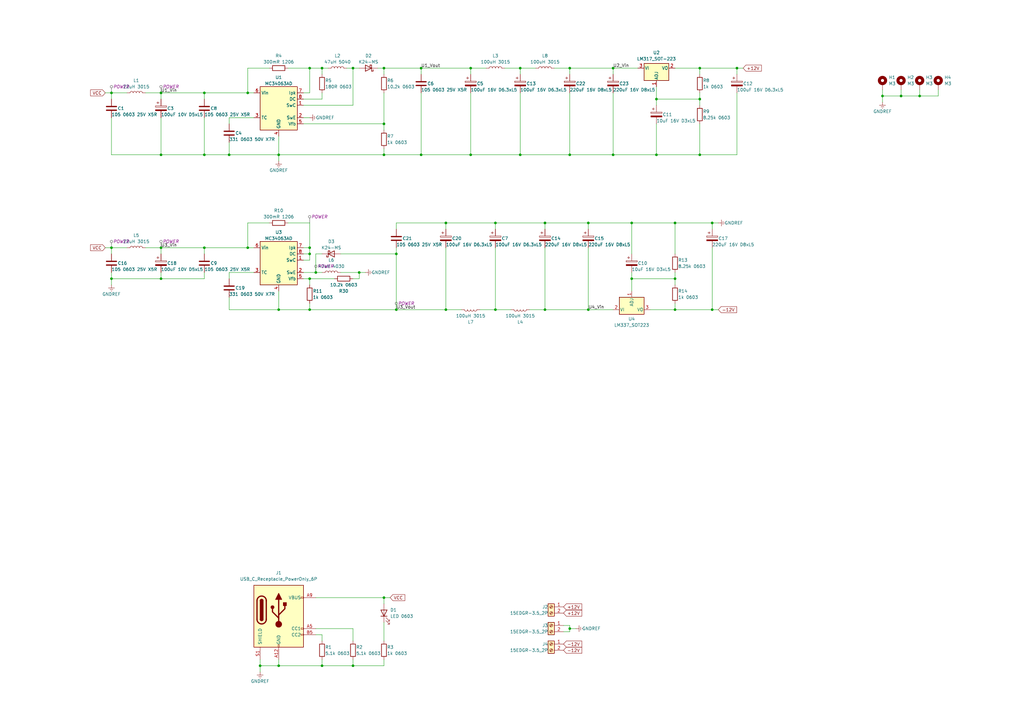
<source format=kicad_sch>
(kicad_sch (version 20230121) (generator eeschema)
  (paper "A3")
  (lib_symbols
    (symbol "Connector:Screw_Terminal_01x02" (pin_names (offset 1.016) hide)
      (property "Reference" "J" (at 0 2.54 0))
      (property "Value" "Screw_Terminal_01x02" (at 0 -5.08 0))
      (symbol "Screw_Terminal_01x02_1_1"
        (rectangle (start -1.27 1.27) (end 1.27 -3.81) (stroke (width 0.254)) (fill (type background)))
        (circle (center 0 -2.54) (radius 0.635) (stroke (width 0.1524)))
        (polyline (pts (xy -0.5334 -2.2098) (xy 0.3302 -3.048)) (stroke (width 0.1524)))
        (polyline (pts (xy -0.5334 0.3302) (xy 0.3302 -0.508)) (stroke (width 0.1524)))
        (polyline (pts (xy -0.3556 -2.032) (xy 0.508 -2.8702)) (stroke (width 0.1524)))
        (polyline (pts (xy -0.3556 0.508) (xy 0.508 -0.3302)) (stroke (width 0.1524)))
        (circle (center 0 0) (radius 0.635) (stroke (width 0.1524)))
        (pin passive line (at -5.08 0 0) (length 3.81) (name "Pin_1") (number "1"))
        (pin passive line (at -5.08 -2.54 0) (length 3.81) (name "Pin_2") (number "2"))
      )
    )
    (symbol "Connector:USB_C_Receptacle_PowerOnly_6P" (pin_names (offset 1.016))
      (property "Reference" "J" (at 0 16.51 0))
      (property "Value" "USB_C_Receptacle_PowerOnly_6P" (at 0 13.97 0))
      (symbol "USB_C_Receptacle_PowerOnly_6P_0_0"
        (rectangle (start -0.254 -12.7) (end 0.254 -11.684))
        (rectangle (start 10.16 -7.366) (end 9.144 -7.874))
        (rectangle (start 10.16 -4.826) (end 9.144 -5.334))
        (rectangle (start 10.16 7.874) (end 9.144 7.366))
      )
      (symbol "USB_C_Receptacle_PowerOnly_6P_0_1"
        (rectangle (start -10.16 12.7) (end 10.16 -12.7) (stroke (width 0.254)) (fill (type background)))
        (arc (start -8.89 -1.27) (mid -6.985 -3.1667) (end -5.08 -1.27) (stroke (width 0.508)))
        (arc (start -7.62 -1.27) (mid -6.985 -1.9023) (end -6.35 -1.27) (stroke (width 0.254)))
        (arc (start -7.62 -1.27) (mid -6.985 -1.9023) (end -6.35 -1.27) (stroke (width 0.254)) (fill (type outline)))
        (rectangle (start -7.62 -1.27) (end -6.35 6.35) (stroke (width 0.254)) (fill (type outline)))
        (arc (start -6.35 6.35) (mid -6.985 6.9823) (end -7.62 6.35) (stroke (width 0.254)))
        (arc (start -6.35 6.35) (mid -6.985 6.9823) (end -7.62 6.35) (stroke (width 0.254)) (fill (type outline)))
        (arc (start -5.08 6.35) (mid -6.985 8.2467) (end -8.89 6.35) (stroke (width 0.508)))
        (circle (center -2.54 3.683) (radius 0.635) (stroke (width 0.254)) (fill (type outline)))
        (circle (center 0 -3.302) (radius 1.27) (fill (type outline)))
        (polyline (pts (xy -8.89 -1.27) (xy -8.89 6.35)) (stroke (width 0.508)))
        (polyline (pts (xy -5.08 6.35) (xy -5.08 -1.27)) (stroke (width 0.508)))
        (polyline (pts (xy 0 -3.302) (xy 0 6.858)) (stroke (width 0.508)))
        (polyline (pts (xy 0 -0.762) (xy -2.54 1.778) (xy -2.54 3.048)) (stroke (width 0.508)))
        (polyline (pts (xy 0 0.508) (xy 2.54 3.048) (xy 2.54 4.318)) (stroke (width 0.508)))
        (polyline (pts (xy -1.27 6.858) (xy 0 9.398) (xy 1.27 6.858) (xy -1.27 6.858)) (stroke (width 0.254)) (fill (type outline)))
        (rectangle (start 1.905 4.318) (end 3.175 5.588) (stroke (width 0.254)) (fill (type outline)))
      )
      (symbol "USB_C_Receptacle_PowerOnly_6P_1_1"
        (pin passive line (at 0 -17.78 90) (length 5.08) (name "GND") (number "A12"))
        (pin bidirectional line (at 15.24 -5.08 180) (length 5.08) (name "CC1") (number "A5"))
        (pin passive line (at 15.24 7.62 180) (length 5.08) (name "VBUS") (number "A9"))
        (pin passive line (at 0 -17.78 90) (length 5.08) hide (name "GND") (number "B12"))
        (pin bidirectional line (at 15.24 -7.62 180) (length 5.08) (name "CC2") (number "B5"))
        (pin passive line (at 15.24 7.62 180) (length 5.08) hide (name "VBUS") (number "B9"))
        (pin passive line (at -7.62 -17.78 90) (length 5.08) (name "SHIELD") (number "S1"))
      )
    )
    (symbol "Device:C" (pin_numbers hide) (pin_names (offset 0.254))
      (property "Reference" "C" (at 0.635 2.54 0))
      (property "Value" "C" (at 0.635 -2.54 0))
      (symbol "C_0_1"
        (polyline (pts (xy -2.032 -0.762) (xy 2.032 -0.762)) (stroke (width 0.508)))
        (polyline (pts (xy -2.032 0.762) (xy 2.032 0.762)) (stroke (width 0.508)))
      )
      (symbol "C_1_1"
        (pin passive line (at 0 3.81 270) (length 2.794) (name "~") (number "1"))
        (pin passive line (at 0 -3.81 90) (length 2.794) (name "~") (number "2"))
      )
    )
    (symbol "Device:C_Polarized" (pin_numbers hide) (pin_names (offset 0.254))
      (property "Reference" "C" (at 0.635 2.54 0))
      (property "Value" "C_Polarized" (at 0.635 -2.54 0))
      (symbol "C_Polarized_0_1"
        (rectangle (start -2.286 0.508) (end 2.286 1.016))
        (polyline (pts (xy -1.778 2.286) (xy -0.762 2.286)))
        (polyline (pts (xy -1.27 2.794) (xy -1.27 1.778)))
        (rectangle (start 2.286 -0.508) (end -2.286 -1.016) (fill (type outline)))
      )
      (symbol "C_Polarized_1_1"
        (pin passive line (at 0 3.81 270) (length 2.794) (name "~") (number "1"))
        (pin passive line (at 0 -3.81 90) (length 2.794) (name "~") (number "2"))
      )
    )
    (symbol "Device:D_Schottky" (pin_numbers hide) (pin_names (offset 1.016) hide)
      (property "Reference" "D" (at 0 2.54 0))
      (property "Value" "D_Schottky" (at 0 -2.54 0))
      (symbol "D_Schottky_0_1"
        (polyline (pts (xy 1.27 0) (xy -1.27 0)))
        (polyline (pts (xy 1.27 1.27) (xy 1.27 -1.27) (xy -1.27 0) (xy 1.27 1.27)) (stroke (width 0.254)))
        (polyline (pts (xy -1.905 0.635) (xy -1.905 1.27) (xy -1.27 1.27) (xy -1.27 -1.27) (xy -0.635 -1.27) (xy -0.635 -0.635)) (stroke (width 0.254)))
      )
      (symbol "D_Schottky_1_1"
        (pin passive line (at -3.81 0 0) (length 2.54) (name "K") (number "1"))
        (pin passive line (at 3.81 0 180) (length 2.54) (name "A") (number "2"))
      )
    )
    (symbol "Device:L" (pin_numbers hide) (pin_names (offset 1.016) hide)
      (property "Reference" "L" (at -1.27 0 90))
      (property "Value" "L" (at 1.905 0 90))
      (symbol "L_0_1"
        (arc (start 0 -2.54) (mid 0.6323 -1.905) (end 0 -1.27))
        (arc (start 0 -1.27) (mid 0.6323 -0.635) (end 0 0))
        (arc (start 0 0) (mid 0.6323 0.635) (end 0 1.27))
        (arc (start 0 1.27) (mid 0.6323 1.905) (end 0 2.54))
      )
      (symbol "L_1_1"
        (pin passive line (at 0 3.81 270) (length 1.27) (name "1") (number "1"))
        (pin passive line (at 0 -3.81 90) (length 1.27) (name "2") (number "2"))
      )
    )
    (symbol "Device:LED" (pin_numbers hide) (pin_names (offset 1.016) hide)
      (property "Reference" "D" (at 0 2.54 0))
      (property "Value" "LED" (at 0 -2.54 0))
      (symbol "LED_0_1"
        (polyline (pts (xy -1.27 -1.27) (xy -1.27 1.27)) (stroke (width 0.254)))
        (polyline (pts (xy -1.27 0) (xy 1.27 0)))
        (polyline (pts (xy 1.27 -1.27) (xy 1.27 1.27) (xy -1.27 0) (xy 1.27 -1.27)) (stroke (width 0.254)))
        (polyline (pts (xy -3.048 -0.762) (xy -4.572 -2.286) (xy -3.81 -2.286) (xy -4.572 -2.286) (xy -4.572 -1.524)))
        (polyline (pts (xy -1.778 -0.762) (xy -3.302 -2.286) (xy -2.54 -2.286) (xy -3.302 -2.286) (xy -3.302 -1.524)))
      )
      (symbol "LED_1_1"
        (pin passive line (at -3.81 0 0) (length 2.54) (name "K") (number "1"))
        (pin passive line (at 3.81 0 180) (length 2.54) (name "A") (number "2"))
      )
    )
    (symbol "Device:R" (pin_numbers hide) (pin_names (offset 0))
      (property "Reference" "R" (at 2.032 0 90))
      (property "Value" "R" (at 0 0 90))
      (symbol "R_0_1"
        (rectangle (start -1.016 -2.54) (end 1.016 2.54) (stroke (width 0.254)))
      )
      (symbol "R_1_1"
        (pin passive line (at 0 3.81 270) (length 1.27) (name "~") (number "1"))
        (pin passive line (at 0 -3.81 90) (length 1.27) (name "~") (number "2"))
      )
    )
    (symbol "Mechanical:MountingHole_Pad" (pin_numbers hide) (pin_names (offset 1.016) hide)
      (property "Reference" "H" (at 0 6.35 0))
      (property "Value" "MountingHole_Pad" (at 0 4.445 0))
      (symbol "MountingHole_Pad_0_1"
        (circle (center 0 1.27) (radius 1.27) (stroke (width 1.27)))
      )
      (symbol "MountingHole_Pad_1_1"
        (pin input line (at 0 -2.54 90) (length 2.54) (name "1") (number "1"))
      )
    )
    (symbol "Regulator_Linear:LM317_SOT-223" (pin_names (offset 0.254))
      (property "Reference" "U" (at -3.81 3.175 0))
      (property "Value" "LM317_SOT-223" (at 0 3.175 0))
      (symbol "LM317_SOT-223_0_1"
        (rectangle (start -5.08 1.905) (end 5.08 -5.08) (stroke (width 0.254)) (fill (type background)))
      )
      (symbol "LM317_SOT-223_1_1"
        (pin input line (at 0 -7.62 90) (length 2.54) (name "ADJ") (number "1"))
        (pin power_out line (at 7.62 0 180) (length 2.54) (name "VO") (number "2"))
        (pin power_in line (at -7.62 0 0) (length 2.54) (name "VI") (number "3"))
      )
    )
    (symbol "Regulator_Linear:LM337_SOT223" (pin_names (offset 0.254))
      (property "Reference" "U" (at -3.81 -3.175 0))
      (property "Value" "LM337_SOT223" (at 0 -3.175 0))
      (symbol "LM337_SOT223_0_1"
        (rectangle (start -5.08 5.08) (end 5.08 -1.905) (stroke (width 0.254)) (fill (type background)))
      )
      (symbol "LM337_SOT223_1_1"
        (pin input line (at 0 7.62 270) (length 2.54) (name "ADJ") (number "1"))
        (pin power_in line (at -7.62 0 0) (length 2.54) (name "VI") (number "2"))
        (pin power_out line (at 7.62 0 180) (length 2.54) (name "VO") (number "3"))
      )
    )
    (symbol "Regulator_Switching:MC34063AD"
      (property "Reference" "U" (at -7.62 8.89 0))
      (property "Value" "MC34063AD" (at 0 8.89 0))
      (symbol "MC34063AD_0_1"
        (rectangle (start -7.62 7.62) (end 7.62 -10.16) (stroke (width 0.254)) (fill (type background)))
      )
      (symbol "MC34063AD_1_1"
        (pin open_collector line (at 10.16 0 180) (length 2.54) (name "SwC") (number "1"))
        (pin open_emitter line (at 10.16 -5.08 180) (length 2.54) (name "SwE") (number "2"))
        (pin passive line (at -10.16 -5.08 0) (length 2.54) (name "TC") (number "3"))
        (pin power_in line (at 0 -12.7 90) (length 2.54) (name "GND") (number "4"))
        (pin input line (at 10.16 -7.62 180) (length 2.54) (name "Vfb") (number "5"))
        (pin power_in line (at -10.16 5.08 0) (length 2.54) (name "Vin") (number "6"))
        (pin input line (at 10.16 5.08 180) (length 2.54) (name "Ipk") (number "7"))
        (pin open_collector line (at 10.16 2.54 180) (length 2.54) (name "DC") (number "8"))
      )
    )
    (symbol "power:GNDREF" (power) (pin_names (offset 0))
      (property "Value" "GNDREF" (at 0 -3.81 0))
      (symbol "GNDREF_0_1"
        (polyline (pts (xy -0.635 -1.905) (xy 0.635 -1.905)))
        (polyline (pts (xy -0.127 -2.54) (xy 0.127 -2.54)))
        (polyline (pts (xy 0 -1.27) (xy 0 0)))
        (polyline (pts (xy 1.27 -1.27) (xy -1.27 -1.27)))
      )
      (symbol "GNDREF_1_1"
        (pin power_in line (at 0 0 270) (length 0) hide (name "GNDREF") (number "1"))
      )
    )
  )
  (junction (at 269.24 63.5))
  (junction (at 66.04 101.6))
  (junction (at 203.2 127))
  (junction (at 182.88 127))
  (junction (at 182.88 91.44))
  (junction (at 83.82 101.6))
  (junction (at 292.1 91.44))
  (junction (at 276.86 91.44))
  (junction (at 157.48 27.94))
  (junction (at 66.04 38.1))
  (junction (at 287.02 40.64))
  (junction (at 45.72 101.6))
  (junction (at 259.08 114.3))
  (junction (at 233.68 27.94))
  (junction (at 213.36 63.5))
  (junction (at 241.3 91.44))
  (junction (at 93.98 63.5))
  (junction (at 162.56 127))
  (junction (at 302.26 27.94))
  (junction (at 66.04 114.3))
  (junction (at 132.08 27.94))
  (junction (at 269.24 40.64))
  (junction (at 157.48 63.5))
  (junction (at 361.95 39.37))
  (junction (at 132.08 273.05))
  (junction (at 114.3 273.05))
  (junction (at 83.82 63.5))
  (junction (at 193.04 27.94))
  (junction (at 114.3 127))
  (junction (at 157.48 50.8))
  (junction (at 276.86 114.3))
  (junction (at 233.68 257.81))
  (junction (at 127 27.94))
  (junction (at 127 127))
  (junction (at 127 114.3))
  (junction (at 45.72 114.3))
  (junction (at 203.2 91.44))
  (junction (at 157.48 245.11))
  (junction (at 223.52 127))
  (junction (at 369.57 39.37))
  (junction (at 66.04 63.5))
  (junction (at 223.52 91.44))
  (junction (at 377.19 39.37))
  (junction (at 129.54 111.76))
  (junction (at 172.72 27.94))
  (junction (at 172.72 63.5))
  (junction (at 276.86 127))
  (junction (at 251.46 63.5))
  (junction (at 83.82 38.1))
  (junction (at 213.36 27.94))
  (junction (at 144.78 27.94))
  (junction (at 144.78 273.05))
  (junction (at 147.32 111.76))
  (junction (at 162.56 104.14))
  (junction (at 127 104.14))
  (junction (at 287.02 27.94))
  (junction (at 292.1 127))
  (junction (at 233.68 63.5))
  (junction (at 114.3 63.5))
  (junction (at 106.68 273.05))
  (junction (at 45.72 38.1))
  (junction (at 127 101.6))
  (junction (at 193.04 63.5))
  (junction (at 259.08 91.44))
  (junction (at 287.02 63.5))
  (junction (at 241.3 127))
  (junction (at 251.46 27.94))
  (junction (at 101.6 101.6))
  (junction (at 101.6 38.1))
  (wire (pts (xy 292.1 93.98) (xy 292.1 91.44)))
  (wire (pts (xy 132.08 270.51) (xy 132.08 273.05)))
  (wire (pts (xy 110.49 27.94) (xy 101.6 27.94)))
  (wire (pts (xy 132.08 104.14) (xy 129.54 104.14)))
  (wire (pts (xy 287.02 30.48) (xy 287.02 27.94)))
  (wire (pts (xy 223.52 101.6) (xy 223.52 127)))
  (wire (pts (xy 292.1 91.44) (xy 294.64 91.44)))
  (wire (pts (xy 384.81 39.37) (xy 384.81 36.83)))
  (wire (pts (xy 139.7 104.14) (xy 162.56 104.14)))
  (wire (pts (xy 83.82 114.3) (xy 66.04 114.3)))
  (wire (pts (xy 59.69 101.6) (xy 66.04 101.6)))
  (wire (pts (xy 144.78 114.3) (xy 147.32 114.3)))
  (wire (pts (xy 203.2 91.44) (xy 223.52 91.44)))
  (wire (pts (xy 157.48 30.48) (xy 157.48 27.94)))
  (wire (pts (xy 106.68 273.05) (xy 106.68 275.59)))
  (wire (pts (xy 66.04 101.6) (xy 66.04 104.14)))
  (wire (pts (xy 93.98 50.8) (xy 93.98 48.26)))
  (wire (pts (xy 101.6 27.94) (xy 101.6 38.1)))
  (wire (pts (xy 106.68 270.51) (xy 106.68 273.05)))
  (wire (pts (xy 193.04 27.94) (xy 199.39 27.94)))
  (wire (pts (xy 127 127) (xy 114.3 127)))
  (wire (pts (xy 83.82 101.6) (xy 101.6 101.6)))
  (wire (pts (xy 110.49 91.44) (xy 101.6 91.44)))
  (wire (pts (xy 124.46 48.26) (xy 127 48.26)))
  (wire (pts (xy 127 114.3) (xy 124.46 114.3)))
  (wire (pts (xy 269.24 35.56) (xy 269.24 40.64)))
  (wire (pts (xy 213.36 38.1) (xy 213.36 63.5)))
  (wire (pts (xy 302.26 30.48) (xy 302.26 27.94)))
  (wire (pts (xy 132.08 38.1) (xy 132.08 40.64)))
  (wire (pts (xy 302.26 38.1) (xy 302.26 63.5)))
  (wire (pts (xy 203.2 91.44) (xy 203.2 93.98)))
  (wire (pts (xy 66.04 48.26) (xy 66.04 63.5)))
  (wire (pts (xy 287.02 50.8) (xy 287.02 63.5)))
  (wire (pts (xy 231.14 256.54) (xy 233.68 256.54)))
  (wire (pts (xy 93.98 48.26) (xy 104.14 48.26)))
  (wire (pts (xy 182.88 127) (xy 189.23 127)))
  (wire (pts (xy 292.1 127) (xy 294.64 127)))
  (wire (pts (xy 377.19 39.37) (xy 384.81 39.37)))
  (wire (pts (xy 292.1 101.6) (xy 292.1 127)))
  (wire (pts (xy 259.08 111.76) (xy 259.08 114.3)))
  (wire (pts (xy 66.04 38.1) (xy 83.82 38.1)))
  (wire (pts (xy 45.72 40.64) (xy 45.72 38.1)))
  (wire (pts (xy 129.54 104.14) (xy 129.54 111.76)))
  (wire (pts (xy 259.08 104.14) (xy 259.08 91.44)))
  (wire (pts (xy 129.54 111.76) (xy 132.08 111.76)))
  (wire (pts (xy 369.57 39.37) (xy 377.19 39.37)))
  (wire (pts (xy 251.46 27.94) (xy 261.62 27.94)))
  (wire (pts (xy 132.08 27.94) (xy 132.08 30.48)))
  (wire (pts (xy 302.26 63.5) (xy 287.02 63.5)))
  (wire (pts (xy 241.3 91.44) (xy 259.08 91.44)))
  (wire (pts (xy 157.48 50.8) (xy 124.46 50.8)))
  (wire (pts (xy 93.98 58.42) (xy 93.98 63.5)))
  (wire (pts (xy 66.04 38.1) (xy 66.04 40.64)))
  (wire (pts (xy 66.04 101.6) (xy 83.82 101.6)))
  (wire (pts (xy 127 38.1) (xy 124.46 38.1)))
  (wire (pts (xy 157.48 270.51) (xy 157.48 273.05)))
  (wire (pts (xy 287.02 27.94) (xy 276.86 27.94)))
  (wire (pts (xy 129.54 245.11) (xy 157.48 245.11)))
  (wire (pts (xy 241.3 127) (xy 251.46 127)))
  (wire (pts (xy 233.68 38.1) (xy 233.68 63.5)))
  (wire (pts (xy 43.18 101.6) (xy 45.72 101.6)))
  (wire (pts (xy 269.24 43.18) (xy 269.24 40.64)))
  (wire (pts (xy 233.68 259.08) (xy 231.14 259.08)))
  (wire (pts (xy 233.68 27.94) (xy 233.68 30.48)))
  (wire (pts (xy 45.72 63.5) (xy 66.04 63.5)))
  (wire (pts (xy 241.3 101.6) (xy 241.3 127)))
  (wire (pts (xy 361.95 39.37) (xy 369.57 39.37)))
  (wire (pts (xy 251.46 63.5) (xy 233.68 63.5)))
  (wire (pts (xy 114.3 273.05) (xy 132.08 273.05)))
  (wire (pts (xy 142.24 27.94) (xy 144.78 27.94)))
  (wire (pts (xy 118.11 91.44) (xy 127 91.44)))
  (wire (pts (xy 251.46 38.1) (xy 251.46 63.5)))
  (wire (pts (xy 43.18 38.1) (xy 45.72 38.1)))
  (wire (pts (xy 93.98 111.76) (xy 104.14 111.76)))
  (wire (pts (xy 157.48 63.5) (xy 172.72 63.5)))
  (wire (pts (xy 241.3 91.44) (xy 241.3 93.98)))
  (wire (pts (xy 45.72 114.3) (xy 66.04 114.3)))
  (wire (pts (xy 66.04 111.76) (xy 66.04 114.3)))
  (wire (pts (xy 127 106.68) (xy 127 104.14)))
  (wire (pts (xy 157.48 255.27) (xy 157.48 262.89)))
  (wire (pts (xy 124.46 40.64) (xy 132.08 40.64)))
  (wire (pts (xy 144.78 262.89) (xy 144.78 257.81)))
  (wire (pts (xy 276.86 114.3) (xy 276.86 116.84)))
  (wire (pts (xy 193.04 63.5) (xy 172.72 63.5)))
  (wire (pts (xy 193.04 63.5) (xy 213.36 63.5)))
  (wire (pts (xy 276.86 124.46) (xy 276.86 127)))
  (wire (pts (xy 302.26 27.94) (xy 304.8 27.94)))
  (wire (pts (xy 45.72 114.3) (xy 45.72 116.84)))
  (wire (pts (xy 83.82 101.6) (xy 83.82 104.14)))
  (wire (pts (xy 83.82 111.76) (xy 83.82 114.3)))
  (wire (pts (xy 251.46 63.5) (xy 269.24 63.5)))
  (wire (pts (xy 129.54 260.35) (xy 132.08 260.35)))
  (wire (pts (xy 101.6 101.6) (xy 104.14 101.6)))
  (wire (pts (xy 157.48 27.94) (xy 154.94 27.94)))
  (wire (pts (xy 269.24 40.64) (xy 287.02 40.64)))
  (wire (pts (xy 361.95 39.37) (xy 361.95 41.91)))
  (wire (pts (xy 124.46 104.14) (xy 127 104.14)))
  (wire (pts (xy 251.46 27.94) (xy 251.46 30.48)))
  (wire (pts (xy 162.56 91.44) (xy 182.88 91.44)))
  (wire (pts (xy 124.46 111.76) (xy 129.54 111.76)))
  (wire (pts (xy 276.86 104.14) (xy 276.86 91.44)))
  (wire (pts (xy 127 127) (xy 162.56 127)))
  (wire (pts (xy 276.86 114.3) (xy 276.86 111.76)))
  (wire (pts (xy 241.3 127) (xy 223.52 127)))
  (wire (pts (xy 127 91.44) (xy 127 101.6)))
  (wire (pts (xy 59.69 38.1) (xy 66.04 38.1)))
  (wire (pts (xy 157.48 27.94) (xy 172.72 27.94)))
  (wire (pts (xy 157.48 50.8) (xy 157.48 53.34)))
  (wire (pts (xy 223.52 127) (xy 217.17 127)))
  (wire (pts (xy 118.11 27.94) (xy 127 27.94)))
  (wire (pts (xy 144.78 273.05) (xy 144.78 270.51)))
  (wire (pts (xy 45.72 104.14) (xy 45.72 101.6)))
  (wire (pts (xy 276.86 91.44) (xy 259.08 91.44)))
  (wire (pts (xy 124.46 43.18) (xy 144.78 43.18)))
  (wire (pts (xy 182.88 101.6) (xy 182.88 127)))
  (wire (pts (xy 45.72 48.26) (xy 45.72 63.5)))
  (wire (pts (xy 127 27.94) (xy 132.08 27.94)))
  (wire (pts (xy 83.82 38.1) (xy 83.82 40.64)))
  (wire (pts (xy 213.36 63.5) (xy 233.68 63.5)))
  (wire (pts (xy 157.48 245.11) (xy 157.48 247.65)))
  (wire (pts (xy 213.36 27.94) (xy 213.36 30.48)))
  (wire (pts (xy 93.98 121.92) (xy 93.98 127)))
  (wire (pts (xy 276.86 127) (xy 266.7 127)))
  (wire (pts (xy 203.2 127) (xy 209.55 127)))
  (wire (pts (xy 157.48 60.96) (xy 157.48 63.5)))
  (wire (pts (xy 127 101.6) (xy 124.46 101.6)))
  (wire (pts (xy 162.56 127) (xy 182.88 127)))
  (wire (pts (xy 83.82 63.5) (xy 93.98 63.5)))
  (wire (pts (xy 127 116.84) (xy 127 114.3)))
  (wire (pts (xy 287.02 40.64) (xy 287.02 38.1)))
  (wire (pts (xy 139.7 111.76) (xy 147.32 111.76)))
  (wire (pts (xy 114.3 55.88) (xy 114.3 63.5)))
  (wire (pts (xy 127 27.94) (xy 127 38.1)))
  (wire (pts (xy 114.3 270.51) (xy 114.3 273.05)))
  (wire (pts (xy 259.08 114.3) (xy 276.86 114.3)))
  (wire (pts (xy 361.95 36.83) (xy 361.95 39.37)))
  (wire (pts (xy 93.98 63.5) (xy 114.3 63.5)))
  (wire (pts (xy 127 104.14) (xy 127 101.6)))
  (wire (pts (xy 369.57 36.83) (xy 369.57 39.37)))
  (wire (pts (xy 276.86 127) (xy 292.1 127)))
  (wire (pts (xy 45.72 101.6) (xy 52.07 101.6)))
  (wire (pts (xy 157.48 63.5) (xy 114.3 63.5)))
  (wire (pts (xy 302.26 27.94) (xy 287.02 27.94)))
  (wire (pts (xy 66.04 63.5) (xy 83.82 63.5)))
  (wire (pts (xy 162.56 93.98) (xy 162.56 91.44)))
  (wire (pts (xy 127 114.3) (xy 137.16 114.3)))
  (wire (pts (xy 132.08 260.35) (xy 132.08 262.89)))
  (wire (pts (xy 193.04 27.94) (xy 193.04 30.48)))
  (wire (pts (xy 124.46 106.68) (xy 127 106.68)))
  (wire (pts (xy 144.78 27.94) (xy 144.78 43.18)))
  (wire (pts (xy 144.78 257.81) (xy 129.54 257.81)))
  (wire (pts (xy 101.6 38.1) (xy 104.14 38.1)))
  (wire (pts (xy 233.68 257.81) (xy 233.68 259.08)))
  (wire (pts (xy 157.48 273.05) (xy 144.78 273.05)))
  (wire (pts (xy 193.04 38.1) (xy 193.04 63.5)))
  (wire (pts (xy 233.68 27.94) (xy 251.46 27.94)))
  (wire (pts (xy 377.19 36.83) (xy 377.19 39.37)))
  (wire (pts (xy 83.82 38.1) (xy 101.6 38.1)))
  (wire (pts (xy 223.52 91.44) (xy 241.3 91.44)))
  (wire (pts (xy 144.78 27.94) (xy 147.32 27.94)))
  (wire (pts (xy 269.24 50.8) (xy 269.24 63.5)))
  (wire (pts (xy 172.72 27.94) (xy 193.04 27.94)))
  (wire (pts (xy 147.32 111.76) (xy 149.86 111.76)))
  (wire (pts (xy 114.3 127) (xy 114.3 119.38)))
  (wire (pts (xy 172.72 30.48) (xy 172.72 27.94)))
  (wire (pts (xy 223.52 91.44) (xy 223.52 93.98)))
  (wire (pts (xy 127 124.46) (xy 127 127)))
  (wire (pts (xy 196.85 127) (xy 203.2 127)))
  (wire (pts (xy 233.68 256.54) (xy 233.68 257.81)))
  (wire (pts (xy 93.98 127) (xy 114.3 127)))
  (wire (pts (xy 233.68 257.81) (xy 236.22 257.81)))
  (wire (pts (xy 45.72 38.1) (xy 52.07 38.1)))
  (wire (pts (xy 287.02 63.5) (xy 269.24 63.5)))
  (wire (pts (xy 83.82 48.26) (xy 83.82 63.5)))
  (wire (pts (xy 162.56 104.14) (xy 162.56 127)))
  (wire (pts (xy 45.72 111.76) (xy 45.72 114.3)))
  (wire (pts (xy 182.88 91.44) (xy 203.2 91.44)))
  (wire (pts (xy 132.08 273.05) (xy 144.78 273.05)))
  (wire (pts (xy 207.01 27.94) (xy 213.36 27.94)))
  (wire (pts (xy 182.88 91.44) (xy 182.88 93.98)))
  (wire (pts (xy 227.33 27.94) (xy 233.68 27.94)))
  (wire (pts (xy 93.98 114.3) (xy 93.98 111.76)))
  (wire (pts (xy 203.2 101.6) (xy 203.2 127)))
  (wire (pts (xy 259.08 119.38) (xy 259.08 114.3)))
  (wire (pts (xy 157.48 38.1) (xy 157.48 50.8)))
  (wire (pts (xy 147.32 111.76) (xy 147.32 114.3)))
  (wire (pts (xy 106.68 273.05) (xy 114.3 273.05)))
  (wire (pts (xy 172.72 38.1) (xy 172.72 63.5)))
  (wire (pts (xy 114.3 63.5) (xy 114.3 66.04)))
  (wire (pts (xy 101.6 91.44) (xy 101.6 101.6)))
  (wire (pts (xy 276.86 91.44) (xy 292.1 91.44)))
  (wire (pts (xy 213.36 27.94) (xy 219.71 27.94)))
  (wire (pts (xy 157.48 245.11) (xy 160.02 245.11)))
  (wire (pts (xy 287.02 40.64) (xy 287.02 43.18)))
  (wire (pts (xy 132.08 27.94) (xy 134.62 27.94)))
  (wire (pts (xy 162.56 101.6) (xy 162.56 104.14)))
  (label "U3_Vin" (at 66.04 101.6 0))
  (label "U3_Vout" (at 162.56 127 0))
  (label "U1_Vout" (at 172.72 27.94 0))
  (label "U4_Vin" (at 241.3 127 0))
  (label "U1_Vin" (at 66.04 38.1 0))
  (label "U2_Vin" (at 251.46 27.94 0))
  (global_label "+12V" (shape input) (at 231.14 248.92 0) (property "Intersheetrefs" "${INTERSHEET_REFS}" (effects hide)))
  (global_label "VCC" (shape input) (at 160.02 245.11 0) (property "Intersheetrefs" "${INTERSHEET_REFS}" (effects hide)))
  (global_label "-12V" (shape input) (at 231.14 266.7 0) (property "Intersheetrefs" "${INTERSHEET_REFS}" (effects hide)))
  (global_label "VCC" (shape input) (at 43.18 38.1 180) (property "Intersheetrefs" "${INTERSHEET_REFS}" (effects hide)))
  (global_label "-12V" (shape input) (at 231.14 264.16 0) (property "Intersheetrefs" "${INTERSHEET_REFS}" (effects hide)))
  (global_label "+12V" (shape input) (at 304.8 27.94 0) (property "Intersheetrefs" "${INTERSHEET_REFS}" (effects hide)))
  (global_label "-12V" (shape input) (at 294.64 127 0) (property "Intersheetrefs" "${INTERSHEET_REFS}" (effects hide)))
  (global_label "VCC" (shape input) (at 43.18 101.6 180) (property "Intersheetrefs" "${INTERSHEET_REFS}" (effects hide)))
  (global_label "+12V" (shape input) (at 231.14 251.46 0) (property "Intersheetrefs" "${INTERSHEET_REFS}" (effects hide)))
  (netclass_flag "" (length 2.54) (shape round) (at 45.72 101.6 0) (property "Netclass" "POWER" (at 46.4185 99.06 0) (effects (font italic) (justify left))))
  (netclass_flag "" (length 2.54) (shape round) (at 66.04 101.6 0) (property "Netclass" "POWER" (at 66.7385 99.06 0) (effects (font italic) (justify left))))
  (netclass_flag "" (length 2.54) (shape round) (at 127 91.44 0) (property "Netclass" "POWER" (at 127.6985 88.9 0) (effects (font italic) (justify left))))
  (netclass_flag "" (length 2.54) (shape round) (at 66.04 38.1 0) (property "Netclass" "POWER" (at 66.7385 35.56 0) (effects (font italic) (justify left))))
  (netclass_flag "" (length 2.54) (shape round) (at 129.54 111.76 0) (property "Netclass" "POWER" (at 130.2385 109.22 0) (effects (font italic) (justify left))))
  (netclass_flag "" (length 2.54) (shape round) (at 45.72 38.1 0) (property "Netclass" "POWER" (at 46.4185 35.56 0) (effects (font italic) (justify left))))
  (netclass_flag "" (length 2.54) (shape round) (at 162.56 127 0) (property "Netclass" "POWER" (at 163.2585 124.46 0) (effects (font italic) (justify left))))
  (symbol (lib_id "Device:C") (at 45.72 107.95 180) (unit 1)
    (property "Reference" "C16" (at 48.26 107.95 0) (effects (justify right)))
    (property "Value" "105 0603 25V X5R" (at 45.72 110.49 0) (effects (justify right)))
    (property "Footprint" "Capacitor_SMD:C_0402_1005Metric" (effects hide))
  )
  (symbol (lib_id "Device:R") (at 157.48 266.7 0) (unit 1)
    (property "Reference" "R3" (at 158.75 265.43 0) (effects (justify left)))
    (property "Value" "1k 0603" (at 158.75 267.97 0) (effects (justify left)))
    (property "Footprint" "Resistor_SMD:R_0402_1005Metric" (effects hide))
  )
  (symbol (lib_id "Device:L") (at 223.52 27.94 90) (unit 1)
    (property "Reference" "L8" (at 223.52 22.86 90))
    (property "Value" "100uH 3015" (at 223.52 25.4 90))
    (property "Footprint" "Inductor_SMD:L_Changjiang_FNR3015S" (effects hide))
  )
  (symbol (lib_id "Device:C_Polarized") (at 182.88 97.79 0) (unit 1)
    (property "Reference" "C20" (at 185.42 97.79 0) (effects (justify left)))
    (property "Value" "100uF 16V D6.3xL5" (at 182.88 100.33 0) (effects (justify left)))
    (property "Footprint" "Capacitor_THT:CP_Radial_D6.3mm_P2.50mm" (effects hide))
  )
  (symbol (lib_id "Device:L") (at 55.88 38.1 90) (unit 1)
    (property "Reference" "L1" (at 55.88 33.02 90))
    (property "Value" "22uH 3015" (at 55.88 35.56 90))
    (property "Footprint" "Inductor_SMD:L_Changjiang_FNR3015S" (effects hide))
  )
  (symbol (lib_id "power:GNDREF") (at 294.64 91.44 90) (unit 1)
    (property "Reference" "#PWR09" (effects hide))
    (property "Value" "GNDREF" (at 297.18 91.44 90) (effects (justify right)))
  )
  (symbol (lib_id "Device:C_Polarized") (at 241.3 97.79 0) (unit 1)
    (property "Reference" "C15" (at 243.84 97.79 0) (effects (justify left)))
    (property "Value" "220uF 16V D8xL5" (at 241.3 100.33 0) (effects (justify left)))
    (property "Footprint" "Capacitor_THT:CP_Radial_D6.3mm_P2.50mm" (effects hide))
  )
  (symbol (lib_id "Device:C") (at 172.72 34.29 180) (unit 1)
    (property "Reference" "C6" (at 175.26 34.29 0) (effects (justify right)))
    (property "Value" "105 0603 25V X5R" (at 172.72 36.83 0) (effects (justify right)))
    (property "Footprint" "Capacitor_SMD:C_0402_1005Metric" (effects hide))
  )
  (symbol (lib_id "Device:C_Polarized") (at 269.24 46.99 0) (unit 1)
    (property "Reference" "C11" (at 271.78 46.99 0) (effects (justify left)))
    (property "Value" "10uF 16V D3xL5" (at 269.24 49.53 0) (effects (justify left)))
    (property "Footprint" "Capacitor_THT:CP_Radial_D4.0mm_P1.50mm" (effects hide))
  )
  (symbol (lib_id "Device:C_Polarized") (at 213.36 34.29 0) (unit 1)
    (property "Reference" "C13" (at 215.9 34.29 0) (effects (justify left)))
    (property "Value" "100uF 16V D6.3xL5" (at 213.36 36.83 0) (effects (justify left)))
    (property "Footprint" "Capacitor_THT:CP_Radial_D6.3mm_P2.50mm" (effects hide))
  )
  (symbol (lib_id "power:GNDREF") (at 45.72 116.84 0) (unit 1)
    (property "Reference" "#PWR01" (effects hide))
    (property "Value" "GNDREF" (at 45.72 120.65 0))
  )
  (symbol (lib_id "Device:C_Polarized") (at 233.68 34.29 0) (unit 1)
    (property "Reference" "C22" (at 236.22 34.29 0) (effects (justify left)))
    (property "Value" "220uF 16V D8xL5" (at 233.68 36.83 0) (effects (justify left)))
    (property "Footprint" "Capacitor_THT:CP_Radial_D6.3mm_P2.50mm" (effects hide))
  )
  (symbol (lib_id "Device:R") (at 140.97 114.3 90) (unit 1)
    (property "Reference" "R30" (at 140.97 119.38 90))
    (property "Value" "10.2k 0603" (at 140.97 116.84 90))
  )
  (symbol (lib_id "Regulator_Linear:LM317_SOT-223") (at 269.24 27.94 0) (unit 1)
    (property "Reference" "U2" (at 269.24 21.59 0))
    (property "Value" "LM317_SOT-223" (at 269.24 24.13 0))
    (property "Footprint" "Package_TO_SOT_SMD:SOT-223-3_TabPin2" (effects hide))
    (property "Datasheet" "http://www.ti.com/lit/ds/symlink/lm317.pdf" (effects hide))
  )
  (symbol (lib_id "Mechanical:MountingHole_Pad") (at 377.19 34.29 0) (unit 1)
    (property "Reference" "H3" (at 379.73 31.75 0) (effects (justify left)))
    (property "Value" "M3" (at 379.73 34.29 0) (effects (justify left)))
    (property "Footprint" "MountingHole:MountingHole_3.2mm_M3_Pad" (effects hide))
  )
  (symbol (lib_id "Device:R") (at 127 120.65 0) (unit 1)
    (property "Reference" "R11" (at 128.27 119.38 0) (effects (justify left)))
    (property "Value" "1k 0603" (at 128.27 121.92 0) (effects (justify left)))
    (property "Footprint" "Resistor_SMD:R_0402_1005Metric" (effects hide))
  )
  (symbol (lib_id "Device:L") (at 138.43 27.94 90) (unit 1)
    (property "Reference" "L2" (at 138.43 22.86 90))
    (property "Value" "47uH 5040" (at 138.43 25.4 90))
    (property "Footprint" "Inductor_SMD:L_Changjiang_FNR5040S" (effects hide))
  )
  (symbol (lib_id "Connector:USB_C_Receptacle_PowerOnly_6P") (at 114.3 252.73 0) (unit 1)
    (property "Reference" "J1" (at 114.3 234.95 0))
    (property "Value" "USB_C_Receptacle_PowerOnly_6P" (at 114.3 237.49 0))
    (property "Footprint" "Connector_USB:USB_C_Receptacle_GCT_USB4135-GF-A_6P_TopMnt_Horizontal" (effects hide))
    (property "Datasheet" "https://www.usb.org/sites/default/files/documents/usb_type-c.zip" (effects hide))
  )
  (symbol (lib_id "Device:C") (at 83.82 44.45 180) (unit 1)
    (property "Reference" "C8" (at 86.36 44.45 0) (effects (justify right)))
    (property "Value" "105 0603 25V X5R" (at 83.82 46.99 0) (effects (justify right)))
    (property "Footprint" "Capacitor_SMD:C_0402_1005Metric" (effects hide))
  )
  (symbol (lib_id "Device:D_Schottky") (at 135.89 104.14 0) (mirror x) (unit 1)
    (property "Reference" "D3" (at 135.89 99.06 0))
    (property "Value" "K24-MS" (at 135.89 101.6 0))
    (property "Footprint" "Diode_SMD:D_SOD-123F" (effects hide))
  )
  (symbol (lib_id "Device:R") (at 132.08 34.29 0) (unit 1)
    (property "Reference" "R5" (at 133.35 33.02 0) (effects (justify left)))
    (property "Value" "180R 0603" (at 133.35 35.56 0) (effects (justify left)))
    (property "Footprint" "Resistor_SMD:R_1206_3216Metric" (effects hide))
  )
  (symbol (lib_id "power:GNDREF") (at 149.86 111.76 90) (unit 1)
    (property "Reference" "#PWR05" (effects hide))
    (property "Value" "GNDREF" (at 152.4 111.76 90) (effects (justify right)))
  )
  (symbol (lib_id "Device:L") (at 213.36 127 90) (mirror x) (unit 1)
    (property "Reference" "L4" (at 213.36 132.08 90))
    (property "Value" "100uH 3015" (at 213.36 129.54 90))
    (property "Footprint" "Inductor_SMD:L_Changjiang_FNR3015S" (effects hide))
  )
  (symbol (lib_id "Device:C_Polarized") (at 259.08 107.95 0) (unit 1)
    (property "Reference" "C10" (at 261.62 107.95 0) (effects (justify left)))
    (property "Value" "10uF 16V D3xL5" (at 259.08 110.49 0) (effects (justify left)))
    (property "Footprint" "Capacitor_THT:CP_Radial_D4.0mm_P1.50mm" (effects hide))
  )
  (symbol (lib_id "Device:C") (at 93.98 54.61 180) (unit 1)
    (property "Reference" "C4" (at 96.52 54.61 0) (effects (justify right)))
    (property "Value" "331 0603 50V X7R" (at 93.98 57.15 0) (effects (justify right)))
    (property "Footprint" "Capacitor_SMD:C_0402_1005Metric" (effects hide))
  )
  (symbol (lib_id "Device:R") (at 276.86 120.65 0) (unit 1)
    (property "Reference" "R14" (at 278.13 119.38 0) (effects (justify left)))
    (property "Value" "1k 0603" (at 278.13 121.92 0) (effects (justify left)))
    (property "Footprint" "Resistor_SMD:R_0402_1005Metric" (effects hide))
  )
  (symbol (lib_id "power:GNDREF") (at 361.95 41.91 0) (unit 1)
    (property "Reference" "#PWR08" (effects hide))
    (property "Value" "GNDREF" (at 361.95 45.72 0))
  )
  (symbol (lib_id "Device:C_Polarized") (at 66.04 107.95 0) (unit 1)
    (property "Reference" "C18" (at 68.58 107.95 0) (effects (justify left)))
    (property "Value" "100uF 10V D5xL5" (at 66.04 110.49 0) (effects (justify left)))
    (property "Footprint" "Capacitor_THT:CP_Radial_D6.3mm_P2.50mm" (effects hide))
  )
  (symbol (lib_id "Device:R") (at 157.48 34.29 0) (unit 1)
    (property "Reference" "R6" (at 158.75 33.02 0) (effects (justify left)))
    (property "Value" "10.2k 0603" (at 158.75 35.56 0) (effects (justify left)))
    (property "Footprint" "Resistor_SMD:R_0402_1005Metric" (effects hide))
  )
  (symbol (lib_id "Device:C") (at 162.56 97.79 180) (unit 1)
    (property "Reference" "C21" (at 165.1 97.79 0) (effects (justify right)))
    (property "Value" "105 0603 25V X5R" (at 162.56 100.33 0) (effects (justify right)))
    (property "Footprint" "Capacitor_SMD:C_0402_1005Metric" (effects hide))
  )
  (symbol (lib_id "Device:L") (at 193.04 127 90) (mirror x) (unit 1)
    (property "Reference" "L7" (at 193.04 132.08 90))
    (property "Value" "100uH 3015" (at 193.04 129.54 90))
    (property "Footprint" "Inductor_SMD:L_Changjiang_FNR3015S" (effects hide))
  )
  (symbol (lib_id "Regulator_Linear:LM337_SOT223") (at 259.08 127 0) (unit 1)
    (property "Reference" "U4" (at 259.08 130.81 0))
    (property "Value" "LM337_SOT223" (at 259.08 133.35 0))
    (property "Footprint" "Package_TO_SOT_SMD:SOT-223-3_TabPin2" (effects hide))
    (property "Datasheet" "http://www.ti.com/lit/ds/symlink/lm337-n.pdf" (effects hide))
  )
  (symbol (lib_id "Device:L") (at 203.2 27.94 90) (unit 1)
    (property "Reference" "L3" (at 203.2 22.86 90))
    (property "Value" "100uH 3015" (at 203.2 25.4 90))
    (property "Footprint" "Inductor_SMD:L_Changjiang_FNR3015S" (effects hide))
  )
  (symbol (lib_id "Device:C_Polarized") (at 223.52 97.79 0) (unit 1)
    (property "Reference" "C14" (at 226.06 97.79 0) (effects (justify left)))
    (property "Value" "220uF 16V D8xL5" (at 223.52 100.33 0) (effects (justify left)))
    (property "Footprint" "Capacitor_THT:CP_Radial_D6.3mm_P2.50mm" (effects hide))
  )
  (symbol (lib_id "Device:R") (at 132.08 266.7 0) (unit 1)
    (property "Reference" "R1" (at 133.35 265.43 0) (effects (justify left)))
    (property "Value" "5.1k 0603" (at 133.35 267.97 0) (effects (justify left)))
    (property "Footprint" "Resistor_SMD:R_0402_1005Metric" (effects hide))
  )
  (symbol (lib_id "Device:C_Polarized") (at 292.1 97.79 0) (unit 1)
    (property "Reference" "C17" (at 294.64 97.79 0) (effects (justify left)))
    (property "Value" "220uF 16V D8xL5" (at 292.1 100.33 0) (effects (justify left)))
    (property "Footprint" "Capacitor_THT:CP_Radial_D6.3mm_P2.50mm" (effects hide))
  )
  (symbol (lib_id "Device:C") (at 93.98 118.11 180) (unit 1)
    (property "Reference" "C19" (at 96.52 118.11 0) (effects (justify right)))
    (property "Value" "331 0603 50V X7R" (at 93.98 120.65 0) (effects (justify right)))
    (property "Footprint" "Capacitor_SMD:C_0402_1005Metric" (effects hide))
  )
  (symbol (lib_id "Device:L") (at 55.88 101.6 90) (unit 1)
    (property "Reference" "L5" (at 55.88 96.52 90))
    (property "Value" "22uH 3015" (at 55.88 99.06 90))
    (property "Footprint" "Inductor_SMD:L_Changjiang_FNR3015S" (effects hide))
  )
  (symbol (lib_id "Device:C_Polarized") (at 193.04 34.29 0) (unit 1)
    (property "Reference" "C5" (at 195.58 34.29 0) (effects (justify left)))
    (property "Value" "100uF 16V D6.3xL5" (at 193.04 36.83 0) (effects (justify left)))
    (property "Footprint" "Capacitor_THT:CP_Radial_D6.3mm_P2.50mm" (effects hide))
  )
  (symbol (lib_id "Device:R") (at 114.3 27.94 90) (unit 1)
    (property "Reference" "R4" (at 114.3 22.86 90))
    (property "Value" "300mR 1206" (at 114.3 25.4 90))
    (property "Footprint" "Resistor_SMD:R_1210_3225Metric" (effects hide))
  )
  (symbol (lib_id "Regulator_Switching:MC34063AD") (at 114.3 106.68 0) (unit 1)
    (property "Reference" "U3" (at 114.3 95.25 0))
    (property "Value" "MC34063AD" (at 114.3 97.79 0))
    (property "Footprint" "Package_SO:SOIC-8_3.9x4.9mm_P1.27mm" (effects hide))
    (property "Datasheet" "http://www.onsemi.com/pub_link/Collateral/MC34063A-D.PDF" (effects hide))
  )
  (symbol (lib_id "Regulator_Switching:MC34063AD") (at 114.3 43.18 0) (unit 1)
    (property "Reference" "U1" (at 114.3 31.75 0))
    (property "Value" "MC34063AD" (at 114.3 34.29 0))
    (property "Footprint" "Package_SO:SOIC-8_3.9x4.9mm_P1.27mm" (effects hide))
    (property "Datasheet" "http://www.onsemi.com/pub_link/Collateral/MC34063A-D.PDF" (effects hide))
  )
  (symbol (lib_id "Device:L") (at 135.89 111.76 90) (unit 1)
    (property "Reference" "L6" (at 135.89 106.68 90))
    (property "Value" "47uH 4030" (at 135.89 109.22 90))
    (property "Footprint" "Inductor_SMD:L_Changjiang_FNR5040S" (effects hide))
  )
  (symbol (lib_id "Device:C_Polarized") (at 251.46 34.29 0) (unit 1)
    (property "Reference" "C23" (at 254 34.29 0) (effects (justify left)))
    (property "Value" "220uF 16V D8xL5" (at 251.46 36.83 0) (effects (justify left)))
    (property "Footprint" "Capacitor_THT:CP_Radial_D6.3mm_P2.50mm" (effects hide))
  )
  (symbol (lib_id "power:GNDREF") (at 236.22 257.81 90) (unit 1)
    (property "Reference" "#PWR02" (effects hide))
    (property "Value" "GNDREF" (at 238.76 257.81 90) (effects (justify right)))
  )
  (symbol (lib_id "Connector:Screw_Terminal_01x02") (at 226.06 264.16 0) (mirror y) (unit 1)
    (property "Reference" "J4" (at 224.79 264.16 0) (effects (justify left)))
    (property "Value" "15EDGR-3.5_2P" (at 224.79 266.7 0) (effects (justify left)))
  )
  (symbol (lib_id "Device:R") (at 114.3 91.44 90) (unit 1)
    (property "Reference" "R10" (at 114.3 86.36 90))
    (property "Value" "300mR 1206" (at 114.3 88.9 90))
    (property "Footprint" "Resistor_SMD:R_1210_3225Metric" (effects hide))
  )
  (symbol (lib_id "Device:C_Polarized") (at 66.04 44.45 0) (unit 1)
    (property "Reference" "C3" (at 68.58 44.45 0) (effects (justify left)))
    (property "Value" "100uF 10V D5xL5" (at 66.04 46.99 0) (effects (justify left)))
    (property "Footprint" "Capacitor_THT:CP_Radial_D6.3mm_P2.50mm" (effects hide))
  )
  (symbol (lib_id "Device:C_Polarized") (at 302.26 34.29 0) (unit 1)
    (property "Reference" "C12" (at 304.8 34.29 0) (effects (justify left)))
    (property "Value" "100uF 16V D6.3xL5" (at 302.26 36.83 0) (effects (justify left)))
    (property "Footprint" "Capacitor_THT:CP_Radial_D6.3mm_P2.50mm" (effects hide))
  )
  (symbol (lib_id "Mechanical:MountingHole_Pad") (at 361.95 34.29 0) (unit 1)
    (property "Reference" "H1" (at 364.49 31.75 0) (effects (justify left)))
    (property "Value" "M3" (at 364.49 34.29 0) (effects (justify left)))
    (property "Footprint" "MountingHole:MountingHole_3.2mm_M3_Pad" (effects hide))
  )
  (symbol (lib_id "Mechanical:MountingHole_Pad") (at 384.81 34.29 0) (unit 1)
    (property "Reference" "H4" (at 387.35 31.75 0) (effects (justify left)))
    (property "Value" "M3" (at 387.35 34.29 0) (effects (justify left)))
    (property "Footprint" "MountingHole:MountingHole_3.2mm_M3_Pad" (effects hide))
  )
  (symbol (lib_id "Device:R") (at 157.48 57.15 0) (unit 1)
    (property "Reference" "R7" (at 158.75 55.88 0) (effects (justify left)))
    (property "Value" "1k 0603" (at 158.75 58.42 0) (effects (justify left)))
    (property "Footprint" "Resistor_SMD:R_0402_1005Metric" (effects hide))
  )
  (symbol (lib_id "Device:C") (at 45.72 44.45 180) (unit 1)
    (property "Reference" "C1" (at 48.26 44.45 0) (effects (justify right)))
    (property "Value" "105 0603 25V X5R" (at 45.72 46.99 0) (effects (justify right)))
    (property "Footprint" "Capacitor_SMD:C_0402_1005Metric" (effects hide))
  )
  (symbol (lib_id "Device:R") (at 287.02 34.29 0) (unit 1)
    (property "Reference" "R8" (at 288.29 33.02 0) (effects (justify left)))
    (property "Value" "1k 0603" (at 288.29 35.56 0) (effects (justify left)))
    (property "Footprint" "Resistor_SMD:R_0402_1005Metric" (effects hide))
  )
  (symbol (lib_id "Device:LED") (at 157.48 251.46 90) (unit 1)
    (property "Reference" "D1" (at 160.02 250.19 90) (effects (justify right)))
    (property "Value" "LED 0603" (at 160.02 252.73 90) (effects (justify right)))
    (property "Footprint" "LED_SMD:LED_0402_1005Metric" (effects hide))
  )
  (symbol (lib_id "power:GNDREF") (at 114.3 66.04 0) (unit 1)
    (property "Reference" "#PWR03" (effects hide))
    (property "Value" "GNDREF" (at 114.3 69.85 0))
  )
  (symbol (lib_id "power:GNDREF") (at 127 48.26 90) (unit 1)
    (property "Reference" "#PWR04" (effects hide))
    (property "Value" "GNDREF" (at 129.54 48.26 90) (effects (justify right)))
  )
  (symbol (lib_id "Mechanical:MountingHole_Pad") (at 369.57 34.29 0) (unit 1)
    (property "Reference" "H2" (at 372.11 31.75 0) (effects (justify left)))
    (property "Value" "M3" (at 372.11 34.29 0) (effects (justify left)))
    (property "Footprint" "MountingHole:MountingHole_3.2mm_M3_Pad" (effects hide))
  )
  (symbol (lib_id "Device:R") (at 287.02 46.99 0) (unit 1)
    (property "Reference" "R9" (at 288.29 45.72 0) (effects (justify left)))
    (property "Value" "8.25k 0603" (at 288.29 48.26 0) (effects (justify left)))
    (property "Footprint" "Resistor_SMD:R_0402_1005Metric" (effects hide))
  )
  (symbol (lib_id "Connector:Screw_Terminal_01x02") (at 226.06 248.92 0) (mirror y) (unit 1)
    (property "Reference" "J2" (at 224.79 248.92 0) (effects (justify left)))
    (property "Value" "15EDGR-3.5_2P" (at 224.79 251.46 0) (effects (justify left)))
  )
  (symbol (lib_id "Device:R") (at 276.86 107.95 0) (unit 1)
    (property "Reference" "R13" (at 278.13 106.68 0) (effects (justify left)))
    (property "Value" "8.25k 0603" (at 278.13 109.22 0) (effects (justify left)))
    (property "Footprint" "Resistor_SMD:R_0402_1005Metric" (effects hide))
  )
  (symbol (lib_id "Device:R") (at 144.78 266.7 0) (unit 1)
    (property "Reference" "R2" (at 146.05 265.43 0) (effects (justify left)))
    (property "Value" "5.1k 0603" (at 146.05 267.97 0) (effects (justify left)))
    (property "Footprint" "Resistor_SMD:R_0402_1005Metric" (effects hide))
  )
  (symbol (lib_id "power:GNDREF") (at 106.68 275.59 0) (unit 1)
    (property "Reference" "#PWR07" (effects hide))
    (property "Value" "GNDREF" (at 106.68 279.4 0))
  )
  (symbol (lib_id "Device:C_Polarized") (at 203.2 97.79 0) (unit 1)
    (property "Reference" "C7" (at 205.74 97.79 0) (effects (justify left)))
    (property "Value" "100uF 16V D6.3xL5" (at 203.2 100.33 0) (effects (justify left)))
    (property "Footprint" "Capacitor_THT:CP_Radial_D6.3mm_P2.50mm" (effects hide))
  )
  (symbol (lib_id "Connector:Screw_Terminal_01x02") (at 226.06 256.54 0) (mirror y) (unit 1)
    (property "Reference" "J3" (at 224.79 256.54 0) (effects (justify left)))
    (property "Value" "15EDGR-3.5_2P" (at 224.79 259.08 0) (effects (justify left)))
  )
  (symbol (lib_id "Device:D_Schottky") (at 151.13 27.94 180) (unit 1)
    (property "Reference" "D2" (at 151.13 22.86 0))
    (property "Value" "K24-MS" (at 151.13 25.4 0))
    (property "Footprint" "Diode_SMD:D_SOD-123F" (effects hide))
  )
  (symbol (lib_id "Device:C") (at 83.82 107.95 180) (unit 1)
    (property "Reference" "C9" (at 86.36 107.95 0) (effects (justify right)))
    (property "Value" "105 0603 25V X5R" (at 83.82 110.49 0) (effects (justify right)))
    (property "Footprint" "Capacitor_SMD:C_0402_1005Metric" (effects hide))
  )
)
</source>
